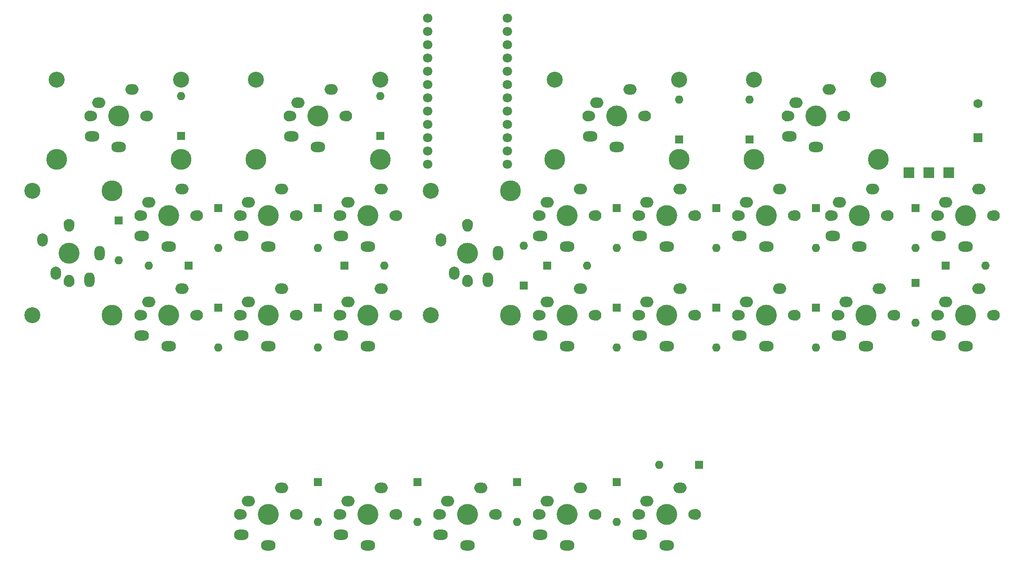
<source format=gts>
%TF.GenerationSoftware,KiCad,Pcbnew,(6.0.9)*%
%TF.CreationDate,2023-02-21T23:40:31+05:30*%
%TF.ProjectId,Peridot Steno,50657269-646f-4742-9053-74656e6f2e6b,rev?*%
%TF.SameCoordinates,Original*%
%TF.FileFunction,Soldermask,Top*%
%TF.FilePolarity,Negative*%
%FSLAX46Y46*%
G04 Gerber Fmt 4.6, Leading zero omitted, Abs format (unit mm)*
G04 Created by KiCad (PCBNEW (6.0.9)) date 2023-02-21 23:40:31*
%MOMM*%
%LPD*%
G01*
G04 APERTURE LIST*
%ADD10C,1.900000*%
%ADD11C,2.100000*%
%ADD12C,4.000000*%
%ADD13O,2.800000X2.000000*%
%ADD14O,2.500000X2.000000*%
%ADD15O,2.000000X2.500000*%
%ADD16O,2.000000X2.800000*%
%ADD17C,3.987800*%
%ADD18C,3.048000*%
%ADD19C,1.800000*%
%ADD20R,1.752600X1.752600*%
%ADD21C,1.752600*%
%ADD22R,1.600000X1.600000*%
%ADD23O,1.600000X1.600000*%
%ADD24R,2.000000X2.000000*%
G04 APERTURE END LIST*
D10*
%TO.C,SW26*%
X156845000Y-66675000D03*
D11*
X167425000Y-66675000D03*
D12*
X161925000Y-66675000D03*
D10*
X167005000Y-66675000D03*
D11*
X156425000Y-66675000D03*
D13*
X156825000Y-70575000D03*
D14*
X158115000Y-64135000D03*
X164465000Y-61595000D03*
D13*
X161925000Y-72575000D03*
%TD*%
D11*
%TO.C,SW19*%
X99275000Y-123825000D03*
D12*
X104775000Y-123825000D03*
D10*
X99695000Y-123825000D03*
D11*
X110275000Y-123825000D03*
D10*
X109855000Y-123825000D03*
D14*
X100965000Y-121285000D03*
D13*
X99675000Y-127725000D03*
X104775000Y-129725000D03*
D14*
X107315000Y-118745000D03*
%TD*%
D11*
%TO.C,SW17*%
X118325000Y-66675000D03*
D10*
X128905000Y-66675000D03*
D11*
X129325000Y-66675000D03*
D10*
X118745000Y-66675000D03*
D12*
X123825000Y-66675000D03*
D14*
X120015000Y-64135000D03*
D13*
X118725000Y-70575000D03*
X123825000Y-72575000D03*
D14*
X126365000Y-61595000D03*
%TD*%
D11*
%TO.C,SW42*%
X232625000Y-66675000D03*
D10*
X243205000Y-66675000D03*
X233045000Y-66675000D03*
D12*
X238125000Y-66675000D03*
D11*
X243625000Y-66675000D03*
D14*
X234315000Y-64135000D03*
D13*
X233025000Y-70575000D03*
X238125000Y-72575000D03*
D14*
X240665000Y-61595000D03*
%TD*%
D12*
%TO.C,SW27*%
X161925000Y-85725000D03*
D11*
X156425000Y-85725000D03*
D10*
X167005000Y-85725000D03*
X156845000Y-85725000D03*
D11*
X167425000Y-85725000D03*
D13*
X156825000Y-89625000D03*
D14*
X158115000Y-83185000D03*
D13*
X161925000Y-91625000D03*
D14*
X164465000Y-80645000D03*
%TD*%
D11*
%TO.C,SW36*%
X186475000Y-123825000D03*
X175475000Y-123825000D03*
D12*
X180975000Y-123825000D03*
D10*
X175895000Y-123825000D03*
X186055000Y-123825000D03*
D13*
X175875000Y-127725000D03*
D14*
X177165000Y-121285000D03*
D13*
X180975000Y-129725000D03*
D14*
X183515000Y-118745000D03*
%TD*%
D10*
%TO.C,SW21*%
X142875000Y-68738750D03*
D11*
X142875000Y-79318750D03*
D10*
X142875000Y-78898750D03*
D12*
X142875000Y-73818750D03*
D11*
X142875000Y-68318750D03*
D15*
X140335000Y-77628750D03*
D16*
X146775000Y-78918750D03*
X148775000Y-73818750D03*
D15*
X137795000Y-71278750D03*
%TD*%
D11*
%TO.C,SW32*%
X167425000Y-123825000D03*
D10*
X156845000Y-123825000D03*
X167005000Y-123825000D03*
D12*
X161925000Y-123825000D03*
D11*
X156425000Y-123825000D03*
D14*
X158115000Y-121285000D03*
D13*
X156825000Y-127725000D03*
D14*
X164465000Y-118745000D03*
D13*
X161925000Y-129725000D03*
%TD*%
D12*
%TO.C,SW28*%
X142875000Y-123825000D03*
D10*
X147955000Y-123825000D03*
X137795000Y-123825000D03*
D11*
X148375000Y-123825000D03*
X137375000Y-123825000D03*
D13*
X137775000Y-127725000D03*
D14*
X139065000Y-121285000D03*
D13*
X142875000Y-129725000D03*
D14*
X145415000Y-118745000D03*
%TD*%
D11*
%TO.C,SW33*%
X204050000Y-47625000D03*
X215050000Y-47625000D03*
D10*
X214630000Y-47625000D03*
D12*
X209550000Y-47625000D03*
D10*
X204470000Y-47625000D03*
D13*
X204450000Y-51525000D03*
D14*
X205740000Y-45085000D03*
D13*
X209550000Y-53525000D03*
D14*
X212090000Y-42545000D03*
%TD*%
D11*
%TO.C,SW34*%
X205525000Y-66675000D03*
D12*
X200025000Y-66675000D03*
D10*
X205105000Y-66675000D03*
X194945000Y-66675000D03*
D11*
X194525000Y-66675000D03*
D14*
X196215000Y-64135000D03*
D13*
X194925000Y-70575000D03*
X200025000Y-72575000D03*
D14*
X202565000Y-61595000D03*
%TD*%
D17*
%TO.C,REF\u002A\u002A*%
X221450000Y-55880000D03*
D18*
X197650000Y-40640000D03*
X221450000Y-40640000D03*
D17*
X197650000Y-55880000D03*
%TD*%
D12*
%TO.C,SW39*%
X219075000Y-85725000D03*
D11*
X224575000Y-85725000D03*
D10*
X213995000Y-85725000D03*
X224155000Y-85725000D03*
D11*
X213575000Y-85725000D03*
D14*
X215265000Y-83185000D03*
D13*
X213975000Y-89625000D03*
D14*
X221615000Y-80645000D03*
D13*
X219075000Y-91625000D03*
%TD*%
D11*
%TO.C,SW31*%
X186475000Y-85725000D03*
X175475000Y-85725000D03*
D12*
X180975000Y-85725000D03*
D10*
X186055000Y-85725000D03*
X175895000Y-85725000D03*
D14*
X177165000Y-83185000D03*
D13*
X175875000Y-89625000D03*
X180975000Y-91625000D03*
D14*
X183515000Y-80645000D03*
%TD*%
D12*
%TO.C,SW9*%
X85725000Y-85725000D03*
D10*
X80645000Y-85725000D03*
D11*
X80225000Y-85725000D03*
X91225000Y-85725000D03*
D10*
X90805000Y-85725000D03*
D14*
X81915000Y-83185000D03*
D13*
X80625000Y-89625000D03*
D14*
X88265000Y-80645000D03*
D13*
X85725000Y-91625000D03*
%TD*%
D19*
%TO.C,U1*%
X135255000Y-28892500D03*
X135255000Y-31432500D03*
X135255000Y-33972500D03*
X135255000Y-36512500D03*
X135255000Y-39052500D03*
X135255000Y-41592500D03*
X135255000Y-44132500D03*
X135255000Y-46672500D03*
X135255000Y-49212500D03*
X135255000Y-51752500D03*
X135255000Y-54292500D03*
X135255000Y-56832500D03*
X150495000Y-56832500D03*
X150495000Y-54292500D03*
X150495000Y-51752500D03*
X150495000Y-49212500D03*
X150495000Y-46672500D03*
X150495000Y-44132500D03*
X150495000Y-41592500D03*
X150495000Y-39052500D03*
X150495000Y-36512500D03*
X150495000Y-33972500D03*
X150495000Y-31432500D03*
X150495000Y-28892500D03*
%TD*%
D11*
%TO.C,SW12*%
X110275000Y-66675000D03*
X99275000Y-66675000D03*
D12*
X104775000Y-66675000D03*
D10*
X109855000Y-66675000D03*
X99695000Y-66675000D03*
D13*
X99675000Y-70575000D03*
D14*
X100965000Y-64135000D03*
D13*
X104775000Y-72575000D03*
D14*
X107315000Y-61595000D03*
%TD*%
D11*
%TO.C,SW4*%
X66675000Y-68318750D03*
D10*
X66675000Y-78898750D03*
D11*
X66675000Y-79318750D03*
D12*
X66675000Y-73818750D03*
D10*
X66675000Y-68738750D03*
D16*
X70575000Y-78918750D03*
D15*
X64135000Y-77628750D03*
D16*
X72575000Y-73818750D03*
D15*
X61595000Y-71278750D03*
%TD*%
D18*
%TO.C,REF\u002A\u002A*%
X59690000Y-85718750D03*
D17*
X74930000Y-85718750D03*
X74930000Y-61918750D03*
D18*
X59690000Y-61918750D03*
%TD*%
D17*
%TO.C,REF\u002A\u002A*%
X151130000Y-85718750D03*
D18*
X135890000Y-61918750D03*
D17*
X151130000Y-61918750D03*
D18*
X135890000Y-85718750D03*
%TD*%
D10*
%TO.C,SW11*%
X109220000Y-47625000D03*
D12*
X114300000Y-47625000D03*
D11*
X108800000Y-47625000D03*
X119800000Y-47625000D03*
D10*
X119380000Y-47625000D03*
D14*
X110490000Y-45085000D03*
D13*
X109200000Y-51525000D03*
D14*
X116840000Y-42545000D03*
D13*
X114300000Y-53525000D03*
%TD*%
D17*
%TO.C,REF\u002A\u002A*%
X159550000Y-55880000D03*
D18*
X183350000Y-40640000D03*
D17*
X183350000Y-55880000D03*
D18*
X159550000Y-40640000D03*
%TD*%
D20*
%TO.C,SW1*%
X240506250Y-51746150D03*
D21*
X240506250Y-45243750D03*
%TD*%
D12*
%TO.C,SW38*%
X217850000Y-66675000D03*
D11*
X223350000Y-66675000D03*
X212350000Y-66675000D03*
D10*
X222930000Y-66675000D03*
X212770000Y-66675000D03*
D13*
X212750000Y-70575000D03*
D14*
X214040000Y-64135000D03*
D13*
X217850000Y-72575000D03*
D14*
X220390000Y-61595000D03*
%TD*%
D11*
%TO.C,SW2*%
X81700000Y-47625000D03*
X70700000Y-47625000D03*
D10*
X81280000Y-47625000D03*
X71120000Y-47625000D03*
D12*
X76200000Y-47625000D03*
D13*
X71100000Y-51525000D03*
D14*
X72390000Y-45085000D03*
X78740000Y-42545000D03*
D13*
X76200000Y-53525000D03*
%TD*%
D17*
%TO.C,REF\u002A\u002A*%
X88100000Y-55880000D03*
D18*
X64300000Y-40640000D03*
D17*
X64300000Y-55880000D03*
D18*
X88100000Y-40640000D03*
%TD*%
D11*
%TO.C,SW35*%
X205525000Y-85725000D03*
D12*
X200025000Y-85725000D03*
D10*
X194945000Y-85725000D03*
X205105000Y-85725000D03*
D11*
X194525000Y-85725000D03*
D14*
X196215000Y-83185000D03*
D13*
X194925000Y-89625000D03*
D14*
X202565000Y-80645000D03*
D13*
X200025000Y-91625000D03*
%TD*%
D10*
%TO.C,SW23*%
X118745000Y-123825000D03*
D12*
X123825000Y-123825000D03*
D10*
X128905000Y-123825000D03*
D11*
X118325000Y-123825000D03*
X129325000Y-123825000D03*
D13*
X118725000Y-127725000D03*
D14*
X120015000Y-121285000D03*
X126365000Y-118745000D03*
D13*
X123825000Y-129725000D03*
%TD*%
D11*
%TO.C,SW25*%
X165950000Y-47625000D03*
D10*
X166370000Y-47625000D03*
X176530000Y-47625000D03*
D11*
X176950000Y-47625000D03*
D12*
X171450000Y-47625000D03*
D13*
X166350000Y-51525000D03*
D14*
X167640000Y-45085000D03*
X173990000Y-42545000D03*
D13*
X171450000Y-53525000D03*
%TD*%
D18*
%TO.C,REF\u002A\u002A*%
X102400000Y-40640000D03*
D17*
X102400000Y-55880000D03*
X126200000Y-55880000D03*
D18*
X126200000Y-40640000D03*
%TD*%
D12*
%TO.C,SW30*%
X180975000Y-66675000D03*
D10*
X175895000Y-66675000D03*
X186055000Y-66675000D03*
D11*
X175475000Y-66675000D03*
X186475000Y-66675000D03*
D13*
X175875000Y-70575000D03*
D14*
X177165000Y-64135000D03*
X183515000Y-61595000D03*
D13*
X180975000Y-72575000D03*
%TD*%
D10*
%TO.C,SW43*%
X243205000Y-85725000D03*
D11*
X243625000Y-85725000D03*
D12*
X238125000Y-85725000D03*
D11*
X232625000Y-85725000D03*
D10*
X233045000Y-85725000D03*
D14*
X234315000Y-83185000D03*
D13*
X233025000Y-89625000D03*
X238125000Y-91625000D03*
D14*
X240665000Y-80645000D03*
%TD*%
D12*
%TO.C,SW8*%
X85725000Y-66675000D03*
D11*
X80225000Y-66675000D03*
D10*
X90805000Y-66675000D03*
D11*
X91225000Y-66675000D03*
D10*
X80645000Y-66675000D03*
D13*
X80625000Y-70575000D03*
D14*
X81915000Y-64135000D03*
X88265000Y-61595000D03*
D13*
X85725000Y-72575000D03*
%TD*%
D10*
%TO.C,SW13*%
X109855000Y-85725000D03*
D12*
X104775000Y-85725000D03*
D11*
X99275000Y-85725000D03*
X110275000Y-85725000D03*
D10*
X99695000Y-85725000D03*
D14*
X100965000Y-83185000D03*
D13*
X99675000Y-89625000D03*
X104775000Y-91625000D03*
D14*
X107315000Y-80645000D03*
%TD*%
D11*
%TO.C,SW18*%
X129325000Y-85725000D03*
X118325000Y-85725000D03*
D12*
X123825000Y-85725000D03*
D10*
X118745000Y-85725000D03*
X128905000Y-85725000D03*
D14*
X120015000Y-83185000D03*
D13*
X118725000Y-89625000D03*
X123825000Y-91625000D03*
D14*
X126365000Y-80645000D03*
%TD*%
D22*
%TO.C,D27*%
X152400000Y-117633750D03*
D23*
X152400000Y-125253750D03*
%TD*%
D22*
%TO.C,D41*%
X228600000Y-65246250D03*
D23*
X228600000Y-72866250D03*
%TD*%
D22*
%TO.C,D33*%
X190500000Y-65246250D03*
D23*
X190500000Y-72866250D03*
%TD*%
D22*
%TO.C,D30*%
X190500000Y-84296250D03*
D23*
X190500000Y-91916250D03*
%TD*%
D22*
%TO.C,D31*%
X171450000Y-117633750D03*
D23*
X171450000Y-125253750D03*
%TD*%
D22*
%TO.C,D12*%
X114300000Y-84296250D03*
D23*
X114300000Y-91916250D03*
%TD*%
D22*
%TO.C,D22*%
X133350000Y-117633750D03*
D23*
X133350000Y-125253750D03*
%TD*%
D22*
%TO.C,D42*%
X234315000Y-76200000D03*
D23*
X241935000Y-76200000D03*
%TD*%
D22*
%TO.C,D37*%
X209550000Y-65246250D03*
D23*
X209550000Y-72866250D03*
%TD*%
D22*
%TO.C,D1*%
X88106250Y-51435000D03*
D23*
X88106250Y-43815000D03*
%TD*%
D22*
%TO.C,D17*%
X119380000Y-76200000D03*
D23*
X127000000Y-76200000D03*
%TD*%
D22*
%TO.C,D29*%
X171450000Y-65246250D03*
D23*
X171450000Y-72866250D03*
%TD*%
D24*
%TO.C,J3*%
X227330000Y-58420000D03*
%TD*%
D22*
%TO.C,D38*%
X228600000Y-79533750D03*
D23*
X228600000Y-87153750D03*
%TD*%
D22*
%TO.C,D25*%
X158115000Y-76200000D03*
D23*
X165735000Y-76200000D03*
%TD*%
D22*
%TO.C,D3*%
X76200000Y-67627500D03*
D23*
X76200000Y-75247500D03*
%TD*%
D24*
%TO.C,J1*%
X231140000Y-58420000D03*
%TD*%
D22*
%TO.C,D26*%
X171450000Y-84296250D03*
D23*
X171450000Y-91916250D03*
%TD*%
D22*
%TO.C,D16*%
X114300000Y-65246250D03*
D23*
X114300000Y-72866250D03*
%TD*%
D24*
%TO.C,J2*%
X234950000Y-58420000D03*
%TD*%
D22*
%TO.C,D11*%
X95250000Y-65246250D03*
D23*
X95250000Y-72866250D03*
%TD*%
D22*
%TO.C,D7*%
X89535000Y-76200000D03*
D23*
X81915000Y-76200000D03*
%TD*%
D22*
%TO.C,D24*%
X183356250Y-52070000D03*
D23*
X183356250Y-44450000D03*
%TD*%
D22*
%TO.C,D8*%
X95250000Y-84296250D03*
D23*
X95250000Y-91916250D03*
%TD*%
D22*
%TO.C,D32*%
X196850000Y-52070000D03*
D23*
X196850000Y-44450000D03*
%TD*%
D22*
%TO.C,D10*%
X126206250Y-51435000D03*
D23*
X126206250Y-43815000D03*
%TD*%
D22*
%TO.C,D34*%
X209550000Y-84296250D03*
D23*
X209550000Y-91916250D03*
%TD*%
D22*
%TO.C,D35*%
X187166250Y-114300000D03*
D23*
X179546250Y-114300000D03*
%TD*%
D22*
%TO.C,D18*%
X114300000Y-117633750D03*
D23*
X114300000Y-125253750D03*
%TD*%
D22*
%TO.C,D20*%
X153670000Y-80010000D03*
D23*
X153670000Y-72390000D03*
%TD*%
M02*

</source>
